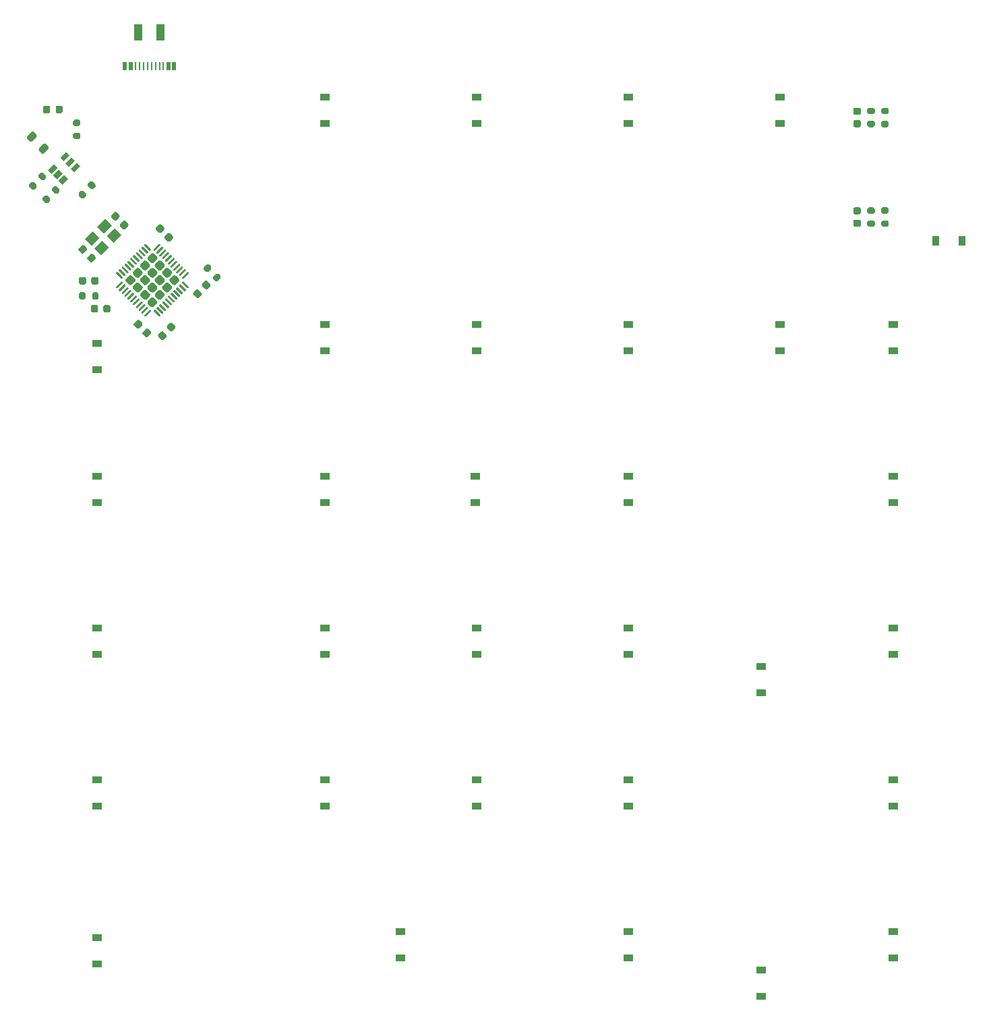
<source format=gbr>
%TF.GenerationSoftware,KiCad,Pcbnew,(5.1.8)-1*%
%TF.CreationDate,2021-01-10T14:28:28+02:00*%
%TF.ProjectId,OsseyPad,4f737365-7950-4616-942e-6b696361645f,rev?*%
%TF.SameCoordinates,Original*%
%TF.FileFunction,Paste,Bot*%
%TF.FilePolarity,Positive*%
%FSLAX46Y46*%
G04 Gerber Fmt 4.6, Leading zero omitted, Abs format (unit mm)*
G04 Created by KiCad (PCBNEW (5.1.8)-1) date 2021-01-10 14:28:28*
%MOMM*%
%LPD*%
G01*
G04 APERTURE LIST*
%ADD10R,1.000000X2.000000*%
%ADD11R,0.270000X1.000000*%
%ADD12R,0.520000X1.000000*%
%ADD13R,0.900000X1.200000*%
%ADD14C,0.100000*%
%ADD15R,1.200000X0.900000*%
G04 APERTURE END LIST*
D10*
%TO.C,J1*%
X53210000Y-23580000D03*
X50410000Y-23580000D03*
D11*
X53060000Y-27780000D03*
X52560000Y-27780000D03*
X52060000Y-27780000D03*
X51560000Y-27780000D03*
X51060000Y-27780000D03*
X50560000Y-27780000D03*
X53560000Y-27780000D03*
X50060000Y-27780000D03*
D12*
X54160000Y-27780000D03*
X49460000Y-27780000D03*
X54910000Y-27780000D03*
X48710000Y-27780000D03*
%TD*%
D13*
%TO.C,D5*%
X153825000Y-49756250D03*
X150525000Y-49756250D03*
%TD*%
%TO.C,R11*%
G36*
G01*
X44469975Y-43250184D02*
X44081066Y-42861275D01*
G75*
G02*
X44081066Y-42578433I141421J141421D01*
G01*
X44363909Y-42295590D01*
G75*
G02*
X44646751Y-42295590I141421J-141421D01*
G01*
X45035660Y-42684499D01*
G75*
G02*
X45035660Y-42967341I-141421J-141421D01*
G01*
X44752817Y-43250184D01*
G75*
G02*
X44469975Y-43250184I-141421J141421D01*
G01*
G37*
G36*
G01*
X43303249Y-44416910D02*
X42914340Y-44028001D01*
G75*
G02*
X42914340Y-43745159I141421J141421D01*
G01*
X43197183Y-43462316D01*
G75*
G02*
X43480025Y-43462316I141421J-141421D01*
G01*
X43868934Y-43851225D01*
G75*
G02*
X43868934Y-44134067I-141421J-141421D01*
G01*
X43586091Y-44416910D01*
G75*
G02*
X43303249Y-44416910I-141421J141421D01*
G01*
G37*
%TD*%
%TO.C,R10*%
G36*
G01*
X42950000Y-35331250D02*
X42400000Y-35331250D01*
G75*
G02*
X42200000Y-35131250I0J200000D01*
G01*
X42200000Y-34731250D01*
G75*
G02*
X42400000Y-34531250I200000J0D01*
G01*
X42950000Y-34531250D01*
G75*
G02*
X43150000Y-34731250I0J-200000D01*
G01*
X43150000Y-35131250D01*
G75*
G02*
X42950000Y-35331250I-200000J0D01*
G01*
G37*
G36*
G01*
X42950000Y-36981250D02*
X42400000Y-36981250D01*
G75*
G02*
X42200000Y-36781250I0J200000D01*
G01*
X42200000Y-36381250D01*
G75*
G02*
X42400000Y-36181250I200000J0D01*
G01*
X42950000Y-36181250D01*
G75*
G02*
X43150000Y-36381250I0J-200000D01*
G01*
X43150000Y-36781250D01*
G75*
G02*
X42950000Y-36981250I-200000J0D01*
G01*
G37*
%TD*%
%TO.C,FB1*%
G36*
G01*
X37600561Y-36704165D02*
X37061392Y-37243334D01*
G75*
G02*
X36752032Y-37243334I-154680J154680D01*
G01*
X36442673Y-36933975D01*
G75*
G02*
X36442673Y-36624615I154680J154680D01*
G01*
X36981842Y-36085446D01*
G75*
G02*
X37291202Y-36085446I154680J-154680D01*
G01*
X37600561Y-36394805D01*
G75*
G02*
X37600561Y-36704165I-154680J-154680D01*
G01*
G37*
G36*
G01*
X39103163Y-38206767D02*
X38563994Y-38745936D01*
G75*
G02*
X38254634Y-38745936I-154680J154680D01*
G01*
X37945275Y-38436577D01*
G75*
G02*
X37945275Y-38127217I154680J154680D01*
G01*
X38484444Y-37588048D01*
G75*
G02*
X38793804Y-37588048I154680J-154680D01*
G01*
X39103163Y-37897407D01*
G75*
G02*
X39103163Y-38206767I-154680J-154680D01*
G01*
G37*
%TD*%
%TO.C,F1*%
G36*
G01*
X39325000Y-33000000D02*
X39325000Y-33512500D01*
G75*
G02*
X39106250Y-33731250I-218750J0D01*
G01*
X38668750Y-33731250D01*
G75*
G02*
X38450000Y-33512500I0J218750D01*
G01*
X38450000Y-33000000D01*
G75*
G02*
X38668750Y-32781250I218750J0D01*
G01*
X39106250Y-32781250D01*
G75*
G02*
X39325000Y-33000000I0J-218750D01*
G01*
G37*
G36*
G01*
X40900000Y-33000000D02*
X40900000Y-33512500D01*
G75*
G02*
X40681250Y-33731250I-218750J0D01*
G01*
X40243750Y-33731250D01*
G75*
G02*
X40025000Y-33512500I0J218750D01*
G01*
X40025000Y-33000000D01*
G75*
G02*
X40243750Y-32781250I218750J0D01*
G01*
X40681250Y-32781250D01*
G75*
G02*
X40900000Y-33000000I0J-218750D01*
G01*
G37*
%TD*%
%TO.C,R8*%
G36*
G01*
X142150000Y-47181250D02*
X142700000Y-47181250D01*
G75*
G02*
X142900000Y-47381250I0J-200000D01*
G01*
X142900000Y-47781250D01*
G75*
G02*
X142700000Y-47981250I-200000J0D01*
G01*
X142150000Y-47981250D01*
G75*
G02*
X141950000Y-47781250I0J200000D01*
G01*
X141950000Y-47381250D01*
G75*
G02*
X142150000Y-47181250I200000J0D01*
G01*
G37*
G36*
G01*
X142150000Y-45531250D02*
X142700000Y-45531250D01*
G75*
G02*
X142900000Y-45731250I0J-200000D01*
G01*
X142900000Y-46131250D01*
G75*
G02*
X142700000Y-46331250I-200000J0D01*
G01*
X142150000Y-46331250D01*
G75*
G02*
X141950000Y-46131250I0J200000D01*
G01*
X141950000Y-45731250D01*
G75*
G02*
X142150000Y-45531250I200000J0D01*
G01*
G37*
%TD*%
%TO.C,R7*%
G36*
G01*
X142700000Y-33831250D02*
X142150000Y-33831250D01*
G75*
G02*
X141950000Y-33631250I0J200000D01*
G01*
X141950000Y-33231250D01*
G75*
G02*
X142150000Y-33031250I200000J0D01*
G01*
X142700000Y-33031250D01*
G75*
G02*
X142900000Y-33231250I0J-200000D01*
G01*
X142900000Y-33631250D01*
G75*
G02*
X142700000Y-33831250I-200000J0D01*
G01*
G37*
G36*
G01*
X142700000Y-35481250D02*
X142150000Y-35481250D01*
G75*
G02*
X141950000Y-35281250I0J200000D01*
G01*
X141950000Y-34881250D01*
G75*
G02*
X142150000Y-34681250I200000J0D01*
G01*
X142700000Y-34681250D01*
G75*
G02*
X142900000Y-34881250I0J-200000D01*
G01*
X142900000Y-35281250D01*
G75*
G02*
X142700000Y-35481250I-200000J0D01*
G01*
G37*
%TD*%
%TO.C,R6*%
G36*
G01*
X144450000Y-46331250D02*
X143900000Y-46331250D01*
G75*
G02*
X143700000Y-46131250I0J200000D01*
G01*
X143700000Y-45731250D01*
G75*
G02*
X143900000Y-45531250I200000J0D01*
G01*
X144450000Y-45531250D01*
G75*
G02*
X144650000Y-45731250I0J-200000D01*
G01*
X144650000Y-46131250D01*
G75*
G02*
X144450000Y-46331250I-200000J0D01*
G01*
G37*
G36*
G01*
X144450000Y-47981250D02*
X143900000Y-47981250D01*
G75*
G02*
X143700000Y-47781250I0J200000D01*
G01*
X143700000Y-47381250D01*
G75*
G02*
X143900000Y-47181250I200000J0D01*
G01*
X144450000Y-47181250D01*
G75*
G02*
X144650000Y-47381250I0J-200000D01*
G01*
X144650000Y-47781250D01*
G75*
G02*
X144450000Y-47981250I-200000J0D01*
G01*
G37*
%TD*%
%TO.C,R5*%
G36*
G01*
X143900000Y-34681250D02*
X144450000Y-34681250D01*
G75*
G02*
X144650000Y-34881250I0J-200000D01*
G01*
X144650000Y-35281250D01*
G75*
G02*
X144450000Y-35481250I-200000J0D01*
G01*
X143900000Y-35481250D01*
G75*
G02*
X143700000Y-35281250I0J200000D01*
G01*
X143700000Y-34881250D01*
G75*
G02*
X143900000Y-34681250I200000J0D01*
G01*
G37*
G36*
G01*
X143900000Y-33031250D02*
X144450000Y-33031250D01*
G75*
G02*
X144650000Y-33231250I0J-200000D01*
G01*
X144650000Y-33631250D01*
G75*
G02*
X144450000Y-33831250I-200000J0D01*
G01*
X143900000Y-33831250D01*
G75*
G02*
X143700000Y-33631250I0J200000D01*
G01*
X143700000Y-33231250D01*
G75*
G02*
X143900000Y-33031250I200000J0D01*
G01*
G37*
%TD*%
%TO.C,C10*%
G36*
G01*
X140425000Y-34581250D02*
X140925000Y-34581250D01*
G75*
G02*
X141150000Y-34806250I0J-225000D01*
G01*
X141150000Y-35256250D01*
G75*
G02*
X140925000Y-35481250I-225000J0D01*
G01*
X140425000Y-35481250D01*
G75*
G02*
X140200000Y-35256250I0J225000D01*
G01*
X140200000Y-34806250D01*
G75*
G02*
X140425000Y-34581250I225000J0D01*
G01*
G37*
G36*
G01*
X140425000Y-33031250D02*
X140925000Y-33031250D01*
G75*
G02*
X141150000Y-33256250I0J-225000D01*
G01*
X141150000Y-33706250D01*
G75*
G02*
X140925000Y-33931250I-225000J0D01*
G01*
X140425000Y-33931250D01*
G75*
G02*
X140200000Y-33706250I0J225000D01*
G01*
X140200000Y-33256250D01*
G75*
G02*
X140425000Y-33031250I225000J0D01*
G01*
G37*
%TD*%
%TO.C,C9*%
G36*
G01*
X140925000Y-46431250D02*
X140425000Y-46431250D01*
G75*
G02*
X140200000Y-46206250I0J225000D01*
G01*
X140200000Y-45756250D01*
G75*
G02*
X140425000Y-45531250I225000J0D01*
G01*
X140925000Y-45531250D01*
G75*
G02*
X141150000Y-45756250I0J-225000D01*
G01*
X141150000Y-46206250D01*
G75*
G02*
X140925000Y-46431250I-225000J0D01*
G01*
G37*
G36*
G01*
X140925000Y-47981250D02*
X140425000Y-47981250D01*
G75*
G02*
X140200000Y-47756250I0J225000D01*
G01*
X140200000Y-47306250D01*
G75*
G02*
X140425000Y-47081250I225000J0D01*
G01*
X140925000Y-47081250D01*
G75*
G02*
X141150000Y-47306250I0J-225000D01*
G01*
X141150000Y-47756250D01*
G75*
G02*
X140925000Y-47981250I-225000J0D01*
G01*
G37*
%TD*%
%TO.C,C4*%
G36*
G01*
X50978033Y-61162837D02*
X51331587Y-60809283D01*
G75*
G02*
X51649785Y-60809283I159099J-159099D01*
G01*
X51967983Y-61127481D01*
G75*
G02*
X51967983Y-61445679I-159099J-159099D01*
G01*
X51614429Y-61799233D01*
G75*
G02*
X51296231Y-61799233I-159099J159099D01*
G01*
X50978033Y-61481035D01*
G75*
G02*
X50978033Y-61162837I159099J159099D01*
G01*
G37*
G36*
G01*
X49882017Y-60066821D02*
X50235571Y-59713267D01*
G75*
G02*
X50553769Y-59713267I159099J-159099D01*
G01*
X50871967Y-60031465D01*
G75*
G02*
X50871967Y-60349663I-159099J-159099D01*
G01*
X50518413Y-60703217D01*
G75*
G02*
X50200215Y-60703217I-159099J159099D01*
G01*
X49882017Y-60385019D01*
G75*
G02*
X49882017Y-60066821I159099J159099D01*
G01*
G37*
%TD*%
D14*
%TO.C,Y1*%
G36*
X46245711Y-46958332D02*
G01*
X47094239Y-47806860D01*
X46104289Y-48796810D01*
X45255761Y-47948282D01*
X46245711Y-46958332D01*
G37*
G36*
X44690076Y-48513967D02*
G01*
X45538604Y-49362495D01*
X44548654Y-50352445D01*
X43700126Y-49503917D01*
X44690076Y-48513967D01*
G37*
G36*
X45892157Y-49716048D02*
G01*
X46740685Y-50564576D01*
X45750735Y-51554526D01*
X44902207Y-50705998D01*
X45892157Y-49716048D01*
G37*
G36*
X47447792Y-48160413D02*
G01*
X48296320Y-49008941D01*
X47306370Y-49998891D01*
X46457842Y-49150363D01*
X47447792Y-48160413D01*
G37*
%TD*%
%TO.C,U1*%
G36*
X41707967Y-40445644D02*
G01*
X41248348Y-39986025D01*
X41997881Y-39236492D01*
X42457500Y-39696111D01*
X41707967Y-40445644D01*
G37*
G36*
X42379719Y-41117395D02*
G01*
X41920100Y-40657776D01*
X42669633Y-39908243D01*
X43129252Y-40367862D01*
X42379719Y-41117395D01*
G37*
G36*
X41036216Y-39773892D02*
G01*
X40576597Y-39314273D01*
X41326130Y-38564740D01*
X41785749Y-39024359D01*
X41036216Y-39773892D01*
G37*
G36*
X39480581Y-41329527D02*
G01*
X39020962Y-40869908D01*
X39770495Y-40120375D01*
X40230114Y-40579994D01*
X39480581Y-41329527D01*
G37*
G36*
X40152333Y-42001278D02*
G01*
X39692714Y-41541659D01*
X40442247Y-40792126D01*
X40901866Y-41251745D01*
X40152333Y-42001278D01*
G37*
G36*
X40824084Y-42673030D02*
G01*
X40364465Y-42213411D01*
X41113998Y-41463878D01*
X41573617Y-41923497D01*
X40824084Y-42673030D01*
G37*
%TD*%
%TO.C,U2*%
G36*
G01*
X51998224Y-52483459D02*
X51609314Y-52094549D01*
G75*
G02*
X51609314Y-51740997I176776J176776D01*
G01*
X51998224Y-51352087D01*
G75*
G02*
X52351776Y-51352087I176776J-176776D01*
G01*
X52740686Y-51740997D01*
G75*
G02*
X52740686Y-52094549I-176776J-176776D01*
G01*
X52351776Y-52483459D01*
G75*
G02*
X51998224Y-52483459I-176776J176776D01*
G01*
G37*
G36*
G01*
X52917463Y-53402697D02*
X52528553Y-53013787D01*
G75*
G02*
X52528553Y-52660235I176776J176776D01*
G01*
X52917463Y-52271325D01*
G75*
G02*
X53271015Y-52271325I176776J-176776D01*
G01*
X53659925Y-52660235D01*
G75*
G02*
X53659925Y-53013787I-176776J-176776D01*
G01*
X53271015Y-53402697D01*
G75*
G02*
X52917463Y-53402697I-176776J176776D01*
G01*
G37*
G36*
G01*
X53836702Y-54321936D02*
X53447792Y-53933026D01*
G75*
G02*
X53447792Y-53579474I176776J176776D01*
G01*
X53836702Y-53190564D01*
G75*
G02*
X54190254Y-53190564I176776J-176776D01*
G01*
X54579164Y-53579474D01*
G75*
G02*
X54579164Y-53933026I-176776J-176776D01*
G01*
X54190254Y-54321936D01*
G75*
G02*
X53836702Y-54321936I-176776J176776D01*
G01*
G37*
G36*
G01*
X54755940Y-55241175D02*
X54367030Y-54852265D01*
G75*
G02*
X54367030Y-54498713I176776J176776D01*
G01*
X54755940Y-54109803D01*
G75*
G02*
X55109492Y-54109803I176776J-176776D01*
G01*
X55498402Y-54498713D01*
G75*
G02*
X55498402Y-54852265I-176776J-176776D01*
G01*
X55109492Y-55241175D01*
G75*
G02*
X54755940Y-55241175I-176776J176776D01*
G01*
G37*
G36*
G01*
X51078985Y-53402697D02*
X50690075Y-53013787D01*
G75*
G02*
X50690075Y-52660235I176776J176776D01*
G01*
X51078985Y-52271325D01*
G75*
G02*
X51432537Y-52271325I176776J-176776D01*
G01*
X51821447Y-52660235D01*
G75*
G02*
X51821447Y-53013787I-176776J-176776D01*
G01*
X51432537Y-53402697D01*
G75*
G02*
X51078985Y-53402697I-176776J176776D01*
G01*
G37*
G36*
G01*
X51998224Y-54321936D02*
X51609314Y-53933026D01*
G75*
G02*
X51609314Y-53579474I176776J176776D01*
G01*
X51998224Y-53190564D01*
G75*
G02*
X52351776Y-53190564I176776J-176776D01*
G01*
X52740686Y-53579474D01*
G75*
G02*
X52740686Y-53933026I-176776J-176776D01*
G01*
X52351776Y-54321936D01*
G75*
G02*
X51998224Y-54321936I-176776J176776D01*
G01*
G37*
G36*
G01*
X52917463Y-55241175D02*
X52528553Y-54852265D01*
G75*
G02*
X52528553Y-54498713I176776J176776D01*
G01*
X52917463Y-54109803D01*
G75*
G02*
X53271015Y-54109803I176776J-176776D01*
G01*
X53659925Y-54498713D01*
G75*
G02*
X53659925Y-54852265I-176776J-176776D01*
G01*
X53271015Y-55241175D01*
G75*
G02*
X52917463Y-55241175I-176776J176776D01*
G01*
G37*
G36*
G01*
X53836702Y-56160414D02*
X53447792Y-55771504D01*
G75*
G02*
X53447792Y-55417952I176776J176776D01*
G01*
X53836702Y-55029042D01*
G75*
G02*
X54190254Y-55029042I176776J-176776D01*
G01*
X54579164Y-55417952D01*
G75*
G02*
X54579164Y-55771504I-176776J-176776D01*
G01*
X54190254Y-56160414D01*
G75*
G02*
X53836702Y-56160414I-176776J176776D01*
G01*
G37*
G36*
G01*
X50159746Y-54321936D02*
X49770836Y-53933026D01*
G75*
G02*
X49770836Y-53579474I176776J176776D01*
G01*
X50159746Y-53190564D01*
G75*
G02*
X50513298Y-53190564I176776J-176776D01*
G01*
X50902208Y-53579474D01*
G75*
G02*
X50902208Y-53933026I-176776J-176776D01*
G01*
X50513298Y-54321936D01*
G75*
G02*
X50159746Y-54321936I-176776J176776D01*
G01*
G37*
G36*
G01*
X51078985Y-55241175D02*
X50690075Y-54852265D01*
G75*
G02*
X50690075Y-54498713I176776J176776D01*
G01*
X51078985Y-54109803D01*
G75*
G02*
X51432537Y-54109803I176776J-176776D01*
G01*
X51821447Y-54498713D01*
G75*
G02*
X51821447Y-54852265I-176776J-176776D01*
G01*
X51432537Y-55241175D01*
G75*
G02*
X51078985Y-55241175I-176776J176776D01*
G01*
G37*
G36*
G01*
X51998224Y-56160414D02*
X51609314Y-55771504D01*
G75*
G02*
X51609314Y-55417952I176776J176776D01*
G01*
X51998224Y-55029042D01*
G75*
G02*
X52351776Y-55029042I176776J-176776D01*
G01*
X52740686Y-55417952D01*
G75*
G02*
X52740686Y-55771504I-176776J-176776D01*
G01*
X52351776Y-56160414D01*
G75*
G02*
X51998224Y-56160414I-176776J176776D01*
G01*
G37*
G36*
G01*
X52917463Y-57079653D02*
X52528553Y-56690743D01*
G75*
G02*
X52528553Y-56337191I176776J176776D01*
G01*
X52917463Y-55948281D01*
G75*
G02*
X53271015Y-55948281I176776J-176776D01*
G01*
X53659925Y-56337191D01*
G75*
G02*
X53659925Y-56690743I-176776J-176776D01*
G01*
X53271015Y-57079653D01*
G75*
G02*
X52917463Y-57079653I-176776J176776D01*
G01*
G37*
G36*
G01*
X49240508Y-55241175D02*
X48851598Y-54852265D01*
G75*
G02*
X48851598Y-54498713I176776J176776D01*
G01*
X49240508Y-54109803D01*
G75*
G02*
X49594060Y-54109803I176776J-176776D01*
G01*
X49982970Y-54498713D01*
G75*
G02*
X49982970Y-54852265I-176776J-176776D01*
G01*
X49594060Y-55241175D01*
G75*
G02*
X49240508Y-55241175I-176776J176776D01*
G01*
G37*
G36*
G01*
X50159746Y-56160414D02*
X49770836Y-55771504D01*
G75*
G02*
X49770836Y-55417952I176776J176776D01*
G01*
X50159746Y-55029042D01*
G75*
G02*
X50513298Y-55029042I176776J-176776D01*
G01*
X50902208Y-55417952D01*
G75*
G02*
X50902208Y-55771504I-176776J-176776D01*
G01*
X50513298Y-56160414D01*
G75*
G02*
X50159746Y-56160414I-176776J176776D01*
G01*
G37*
G36*
G01*
X51078985Y-57079653D02*
X50690075Y-56690743D01*
G75*
G02*
X50690075Y-56337191I176776J176776D01*
G01*
X51078985Y-55948281D01*
G75*
G02*
X51432537Y-55948281I176776J-176776D01*
G01*
X51821447Y-56337191D01*
G75*
G02*
X51821447Y-56690743I-176776J-176776D01*
G01*
X51432537Y-57079653D01*
G75*
G02*
X51078985Y-57079653I-176776J176776D01*
G01*
G37*
G36*
G01*
X51998224Y-57998891D02*
X51609314Y-57609981D01*
G75*
G02*
X51609314Y-57256429I176776J176776D01*
G01*
X51998224Y-56867519D01*
G75*
G02*
X52351776Y-56867519I176776J-176776D01*
G01*
X52740686Y-57256429D01*
G75*
G02*
X52740686Y-57609981I-176776J-176776D01*
G01*
X52351776Y-57998891D01*
G75*
G02*
X51998224Y-57998891I-176776J176776D01*
G01*
G37*
G36*
G01*
X53014690Y-59227489D02*
X52342938Y-58555737D01*
G75*
G02*
X52342938Y-58467349I44194J44194D01*
G01*
X52431326Y-58378961D01*
G75*
G02*
X52519714Y-58378961I44194J-44194D01*
G01*
X53191466Y-59050713D01*
G75*
G02*
X53191466Y-59139101I-44194J-44194D01*
G01*
X53103078Y-59227489D01*
G75*
G02*
X53014690Y-59227489I-44194J44194D01*
G01*
G37*
G36*
G01*
X53368243Y-58873935D02*
X52696491Y-58202183D01*
G75*
G02*
X52696491Y-58113795I44194J44194D01*
G01*
X52784879Y-58025407D01*
G75*
G02*
X52873267Y-58025407I44194J-44194D01*
G01*
X53545019Y-58697159D01*
G75*
G02*
X53545019Y-58785547I-44194J-44194D01*
G01*
X53456631Y-58873935D01*
G75*
G02*
X53368243Y-58873935I-44194J44194D01*
G01*
G37*
G36*
G01*
X53721797Y-58520382D02*
X53050045Y-57848630D01*
G75*
G02*
X53050045Y-57760242I44194J44194D01*
G01*
X53138433Y-57671854D01*
G75*
G02*
X53226821Y-57671854I44194J-44194D01*
G01*
X53898573Y-58343606D01*
G75*
G02*
X53898573Y-58431994I-44194J-44194D01*
G01*
X53810185Y-58520382D01*
G75*
G02*
X53721797Y-58520382I-44194J44194D01*
G01*
G37*
G36*
G01*
X54075350Y-58166829D02*
X53403598Y-57495077D01*
G75*
G02*
X53403598Y-57406689I44194J44194D01*
G01*
X53491986Y-57318301D01*
G75*
G02*
X53580374Y-57318301I44194J-44194D01*
G01*
X54252126Y-57990053D01*
G75*
G02*
X54252126Y-58078441I-44194J-44194D01*
G01*
X54163738Y-58166829D01*
G75*
G02*
X54075350Y-58166829I-44194J44194D01*
G01*
G37*
G36*
G01*
X54428903Y-57813275D02*
X53757151Y-57141523D01*
G75*
G02*
X53757151Y-57053135I44194J44194D01*
G01*
X53845539Y-56964747D01*
G75*
G02*
X53933927Y-56964747I44194J-44194D01*
G01*
X54605679Y-57636499D01*
G75*
G02*
X54605679Y-57724887I-44194J-44194D01*
G01*
X54517291Y-57813275D01*
G75*
G02*
X54428903Y-57813275I-44194J44194D01*
G01*
G37*
G36*
G01*
X54782457Y-57459722D02*
X54110705Y-56787970D01*
G75*
G02*
X54110705Y-56699582I44194J44194D01*
G01*
X54199093Y-56611194D01*
G75*
G02*
X54287481Y-56611194I44194J-44194D01*
G01*
X54959233Y-57282946D01*
G75*
G02*
X54959233Y-57371334I-44194J-44194D01*
G01*
X54870845Y-57459722D01*
G75*
G02*
X54782457Y-57459722I-44194J44194D01*
G01*
G37*
G36*
G01*
X55136010Y-57106168D02*
X54464258Y-56434416D01*
G75*
G02*
X54464258Y-56346028I44194J44194D01*
G01*
X54552646Y-56257640D01*
G75*
G02*
X54641034Y-56257640I44194J-44194D01*
G01*
X55312786Y-56929392D01*
G75*
G02*
X55312786Y-57017780I-44194J-44194D01*
G01*
X55224398Y-57106168D01*
G75*
G02*
X55136010Y-57106168I-44194J44194D01*
G01*
G37*
G36*
G01*
X55489564Y-56752615D02*
X54817812Y-56080863D01*
G75*
G02*
X54817812Y-55992475I44194J44194D01*
G01*
X54906200Y-55904087D01*
G75*
G02*
X54994588Y-55904087I44194J-44194D01*
G01*
X55666340Y-56575839D01*
G75*
G02*
X55666340Y-56664227I-44194J-44194D01*
G01*
X55577952Y-56752615D01*
G75*
G02*
X55489564Y-56752615I-44194J44194D01*
G01*
G37*
G36*
G01*
X55843117Y-56399062D02*
X55171365Y-55727310D01*
G75*
G02*
X55171365Y-55638922I44194J44194D01*
G01*
X55259753Y-55550534D01*
G75*
G02*
X55348141Y-55550534I44194J-44194D01*
G01*
X56019893Y-56222286D01*
G75*
G02*
X56019893Y-56310674I-44194J-44194D01*
G01*
X55931505Y-56399062D01*
G75*
G02*
X55843117Y-56399062I-44194J44194D01*
G01*
G37*
G36*
G01*
X56196670Y-56045508D02*
X55524918Y-55373756D01*
G75*
G02*
X55524918Y-55285368I44194J44194D01*
G01*
X55613306Y-55196980D01*
G75*
G02*
X55701694Y-55196980I44194J-44194D01*
G01*
X56373446Y-55868732D01*
G75*
G02*
X56373446Y-55957120I-44194J-44194D01*
G01*
X56285058Y-56045508D01*
G75*
G02*
X56196670Y-56045508I-44194J44194D01*
G01*
G37*
G36*
G01*
X56550224Y-55691955D02*
X55878472Y-55020203D01*
G75*
G02*
X55878472Y-54931815I44194J44194D01*
G01*
X55966860Y-54843427D01*
G75*
G02*
X56055248Y-54843427I44194J-44194D01*
G01*
X56727000Y-55515179D01*
G75*
G02*
X56727000Y-55603567I-44194J-44194D01*
G01*
X56638612Y-55691955D01*
G75*
G02*
X56550224Y-55691955I-44194J44194D01*
G01*
G37*
G36*
G01*
X55966860Y-54507551D02*
X55878472Y-54419163D01*
G75*
G02*
X55878472Y-54330775I44194J44194D01*
G01*
X56550224Y-53659023D01*
G75*
G02*
X56638612Y-53659023I44194J-44194D01*
G01*
X56727000Y-53747411D01*
G75*
G02*
X56727000Y-53835799I-44194J-44194D01*
G01*
X56055248Y-54507551D01*
G75*
G02*
X55966860Y-54507551I-44194J44194D01*
G01*
G37*
G36*
G01*
X55613306Y-54153998D02*
X55524918Y-54065610D01*
G75*
G02*
X55524918Y-53977222I44194J44194D01*
G01*
X56196670Y-53305470D01*
G75*
G02*
X56285058Y-53305470I44194J-44194D01*
G01*
X56373446Y-53393858D01*
G75*
G02*
X56373446Y-53482246I-44194J-44194D01*
G01*
X55701694Y-54153998D01*
G75*
G02*
X55613306Y-54153998I-44194J44194D01*
G01*
G37*
G36*
G01*
X55259753Y-53800444D02*
X55171365Y-53712056D01*
G75*
G02*
X55171365Y-53623668I44194J44194D01*
G01*
X55843117Y-52951916D01*
G75*
G02*
X55931505Y-52951916I44194J-44194D01*
G01*
X56019893Y-53040304D01*
G75*
G02*
X56019893Y-53128692I-44194J-44194D01*
G01*
X55348141Y-53800444D01*
G75*
G02*
X55259753Y-53800444I-44194J44194D01*
G01*
G37*
G36*
G01*
X54906200Y-53446891D02*
X54817812Y-53358503D01*
G75*
G02*
X54817812Y-53270115I44194J44194D01*
G01*
X55489564Y-52598363D01*
G75*
G02*
X55577952Y-52598363I44194J-44194D01*
G01*
X55666340Y-52686751D01*
G75*
G02*
X55666340Y-52775139I-44194J-44194D01*
G01*
X54994588Y-53446891D01*
G75*
G02*
X54906200Y-53446891I-44194J44194D01*
G01*
G37*
G36*
G01*
X54552646Y-53093338D02*
X54464258Y-53004950D01*
G75*
G02*
X54464258Y-52916562I44194J44194D01*
G01*
X55136010Y-52244810D01*
G75*
G02*
X55224398Y-52244810I44194J-44194D01*
G01*
X55312786Y-52333198D01*
G75*
G02*
X55312786Y-52421586I-44194J-44194D01*
G01*
X54641034Y-53093338D01*
G75*
G02*
X54552646Y-53093338I-44194J44194D01*
G01*
G37*
G36*
G01*
X54199093Y-52739784D02*
X54110705Y-52651396D01*
G75*
G02*
X54110705Y-52563008I44194J44194D01*
G01*
X54782457Y-51891256D01*
G75*
G02*
X54870845Y-51891256I44194J-44194D01*
G01*
X54959233Y-51979644D01*
G75*
G02*
X54959233Y-52068032I-44194J-44194D01*
G01*
X54287481Y-52739784D01*
G75*
G02*
X54199093Y-52739784I-44194J44194D01*
G01*
G37*
G36*
G01*
X53845539Y-52386231D02*
X53757151Y-52297843D01*
G75*
G02*
X53757151Y-52209455I44194J44194D01*
G01*
X54428903Y-51537703D01*
G75*
G02*
X54517291Y-51537703I44194J-44194D01*
G01*
X54605679Y-51626091D01*
G75*
G02*
X54605679Y-51714479I-44194J-44194D01*
G01*
X53933927Y-52386231D01*
G75*
G02*
X53845539Y-52386231I-44194J44194D01*
G01*
G37*
G36*
G01*
X53491986Y-52032677D02*
X53403598Y-51944289D01*
G75*
G02*
X53403598Y-51855901I44194J44194D01*
G01*
X54075350Y-51184149D01*
G75*
G02*
X54163738Y-51184149I44194J-44194D01*
G01*
X54252126Y-51272537D01*
G75*
G02*
X54252126Y-51360925I-44194J-44194D01*
G01*
X53580374Y-52032677D01*
G75*
G02*
X53491986Y-52032677I-44194J44194D01*
G01*
G37*
G36*
G01*
X53138433Y-51679124D02*
X53050045Y-51590736D01*
G75*
G02*
X53050045Y-51502348I44194J44194D01*
G01*
X53721797Y-50830596D01*
G75*
G02*
X53810185Y-50830596I44194J-44194D01*
G01*
X53898573Y-50918984D01*
G75*
G02*
X53898573Y-51007372I-44194J-44194D01*
G01*
X53226821Y-51679124D01*
G75*
G02*
X53138433Y-51679124I-44194J44194D01*
G01*
G37*
G36*
G01*
X52784879Y-51325571D02*
X52696491Y-51237183D01*
G75*
G02*
X52696491Y-51148795I44194J44194D01*
G01*
X53368243Y-50477043D01*
G75*
G02*
X53456631Y-50477043I44194J-44194D01*
G01*
X53545019Y-50565431D01*
G75*
G02*
X53545019Y-50653819I-44194J-44194D01*
G01*
X52873267Y-51325571D01*
G75*
G02*
X52784879Y-51325571I-44194J44194D01*
G01*
G37*
G36*
G01*
X52431326Y-50972017D02*
X52342938Y-50883629D01*
G75*
G02*
X52342938Y-50795241I44194J44194D01*
G01*
X53014690Y-50123489D01*
G75*
G02*
X53103078Y-50123489I44194J-44194D01*
G01*
X53191466Y-50211877D01*
G75*
G02*
X53191466Y-50300265I-44194J-44194D01*
G01*
X52519714Y-50972017D01*
G75*
G02*
X52431326Y-50972017I-44194J44194D01*
G01*
G37*
G36*
G01*
X51830286Y-50972017D02*
X51158534Y-50300265D01*
G75*
G02*
X51158534Y-50211877I44194J44194D01*
G01*
X51246922Y-50123489D01*
G75*
G02*
X51335310Y-50123489I44194J-44194D01*
G01*
X52007062Y-50795241D01*
G75*
G02*
X52007062Y-50883629I-44194J-44194D01*
G01*
X51918674Y-50972017D01*
G75*
G02*
X51830286Y-50972017I-44194J44194D01*
G01*
G37*
G36*
G01*
X51476733Y-51325571D02*
X50804981Y-50653819D01*
G75*
G02*
X50804981Y-50565431I44194J44194D01*
G01*
X50893369Y-50477043D01*
G75*
G02*
X50981757Y-50477043I44194J-44194D01*
G01*
X51653509Y-51148795D01*
G75*
G02*
X51653509Y-51237183I-44194J-44194D01*
G01*
X51565121Y-51325571D01*
G75*
G02*
X51476733Y-51325571I-44194J44194D01*
G01*
G37*
G36*
G01*
X51123179Y-51679124D02*
X50451427Y-51007372D01*
G75*
G02*
X50451427Y-50918984I44194J44194D01*
G01*
X50539815Y-50830596D01*
G75*
G02*
X50628203Y-50830596I44194J-44194D01*
G01*
X51299955Y-51502348D01*
G75*
G02*
X51299955Y-51590736I-44194J-44194D01*
G01*
X51211567Y-51679124D01*
G75*
G02*
X51123179Y-51679124I-44194J44194D01*
G01*
G37*
G36*
G01*
X50769626Y-52032677D02*
X50097874Y-51360925D01*
G75*
G02*
X50097874Y-51272537I44194J44194D01*
G01*
X50186262Y-51184149D01*
G75*
G02*
X50274650Y-51184149I44194J-44194D01*
G01*
X50946402Y-51855901D01*
G75*
G02*
X50946402Y-51944289I-44194J-44194D01*
G01*
X50858014Y-52032677D01*
G75*
G02*
X50769626Y-52032677I-44194J44194D01*
G01*
G37*
G36*
G01*
X50416073Y-52386231D02*
X49744321Y-51714479D01*
G75*
G02*
X49744321Y-51626091I44194J44194D01*
G01*
X49832709Y-51537703D01*
G75*
G02*
X49921097Y-51537703I44194J-44194D01*
G01*
X50592849Y-52209455D01*
G75*
G02*
X50592849Y-52297843I-44194J-44194D01*
G01*
X50504461Y-52386231D01*
G75*
G02*
X50416073Y-52386231I-44194J44194D01*
G01*
G37*
G36*
G01*
X50062519Y-52739784D02*
X49390767Y-52068032D01*
G75*
G02*
X49390767Y-51979644I44194J44194D01*
G01*
X49479155Y-51891256D01*
G75*
G02*
X49567543Y-51891256I44194J-44194D01*
G01*
X50239295Y-52563008D01*
G75*
G02*
X50239295Y-52651396I-44194J-44194D01*
G01*
X50150907Y-52739784D01*
G75*
G02*
X50062519Y-52739784I-44194J44194D01*
G01*
G37*
G36*
G01*
X49708966Y-53093338D02*
X49037214Y-52421586D01*
G75*
G02*
X49037214Y-52333198I44194J44194D01*
G01*
X49125602Y-52244810D01*
G75*
G02*
X49213990Y-52244810I44194J-44194D01*
G01*
X49885742Y-52916562D01*
G75*
G02*
X49885742Y-53004950I-44194J-44194D01*
G01*
X49797354Y-53093338D01*
G75*
G02*
X49708966Y-53093338I-44194J44194D01*
G01*
G37*
G36*
G01*
X49355412Y-53446891D02*
X48683660Y-52775139D01*
G75*
G02*
X48683660Y-52686751I44194J44194D01*
G01*
X48772048Y-52598363D01*
G75*
G02*
X48860436Y-52598363I44194J-44194D01*
G01*
X49532188Y-53270115D01*
G75*
G02*
X49532188Y-53358503I-44194J-44194D01*
G01*
X49443800Y-53446891D01*
G75*
G02*
X49355412Y-53446891I-44194J44194D01*
G01*
G37*
G36*
G01*
X49001859Y-53800444D02*
X48330107Y-53128692D01*
G75*
G02*
X48330107Y-53040304I44194J44194D01*
G01*
X48418495Y-52951916D01*
G75*
G02*
X48506883Y-52951916I44194J-44194D01*
G01*
X49178635Y-53623668D01*
G75*
G02*
X49178635Y-53712056I-44194J-44194D01*
G01*
X49090247Y-53800444D01*
G75*
G02*
X49001859Y-53800444I-44194J44194D01*
G01*
G37*
G36*
G01*
X48648306Y-54153998D02*
X47976554Y-53482246D01*
G75*
G02*
X47976554Y-53393858I44194J44194D01*
G01*
X48064942Y-53305470D01*
G75*
G02*
X48153330Y-53305470I44194J-44194D01*
G01*
X48825082Y-53977222D01*
G75*
G02*
X48825082Y-54065610I-44194J-44194D01*
G01*
X48736694Y-54153998D01*
G75*
G02*
X48648306Y-54153998I-44194J44194D01*
G01*
G37*
G36*
G01*
X48294752Y-54507551D02*
X47623000Y-53835799D01*
G75*
G02*
X47623000Y-53747411I44194J44194D01*
G01*
X47711388Y-53659023D01*
G75*
G02*
X47799776Y-53659023I44194J-44194D01*
G01*
X48471528Y-54330775D01*
G75*
G02*
X48471528Y-54419163I-44194J-44194D01*
G01*
X48383140Y-54507551D01*
G75*
G02*
X48294752Y-54507551I-44194J44194D01*
G01*
G37*
G36*
G01*
X47711388Y-55691955D02*
X47623000Y-55603567D01*
G75*
G02*
X47623000Y-55515179I44194J44194D01*
G01*
X48294752Y-54843427D01*
G75*
G02*
X48383140Y-54843427I44194J-44194D01*
G01*
X48471528Y-54931815D01*
G75*
G02*
X48471528Y-55020203I-44194J-44194D01*
G01*
X47799776Y-55691955D01*
G75*
G02*
X47711388Y-55691955I-44194J44194D01*
G01*
G37*
G36*
G01*
X48064942Y-56045508D02*
X47976554Y-55957120D01*
G75*
G02*
X47976554Y-55868732I44194J44194D01*
G01*
X48648306Y-55196980D01*
G75*
G02*
X48736694Y-55196980I44194J-44194D01*
G01*
X48825082Y-55285368D01*
G75*
G02*
X48825082Y-55373756I-44194J-44194D01*
G01*
X48153330Y-56045508D01*
G75*
G02*
X48064942Y-56045508I-44194J44194D01*
G01*
G37*
G36*
G01*
X48418495Y-56399062D02*
X48330107Y-56310674D01*
G75*
G02*
X48330107Y-56222286I44194J44194D01*
G01*
X49001859Y-55550534D01*
G75*
G02*
X49090247Y-55550534I44194J-44194D01*
G01*
X49178635Y-55638922D01*
G75*
G02*
X49178635Y-55727310I-44194J-44194D01*
G01*
X48506883Y-56399062D01*
G75*
G02*
X48418495Y-56399062I-44194J44194D01*
G01*
G37*
G36*
G01*
X48772048Y-56752615D02*
X48683660Y-56664227D01*
G75*
G02*
X48683660Y-56575839I44194J44194D01*
G01*
X49355412Y-55904087D01*
G75*
G02*
X49443800Y-55904087I44194J-44194D01*
G01*
X49532188Y-55992475D01*
G75*
G02*
X49532188Y-56080863I-44194J-44194D01*
G01*
X48860436Y-56752615D01*
G75*
G02*
X48772048Y-56752615I-44194J44194D01*
G01*
G37*
G36*
G01*
X49125602Y-57106168D02*
X49037214Y-57017780D01*
G75*
G02*
X49037214Y-56929392I44194J44194D01*
G01*
X49708966Y-56257640D01*
G75*
G02*
X49797354Y-56257640I44194J-44194D01*
G01*
X49885742Y-56346028D01*
G75*
G02*
X49885742Y-56434416I-44194J-44194D01*
G01*
X49213990Y-57106168D01*
G75*
G02*
X49125602Y-57106168I-44194J44194D01*
G01*
G37*
G36*
G01*
X49479155Y-57459722D02*
X49390767Y-57371334D01*
G75*
G02*
X49390767Y-57282946I44194J44194D01*
G01*
X50062519Y-56611194D01*
G75*
G02*
X50150907Y-56611194I44194J-44194D01*
G01*
X50239295Y-56699582D01*
G75*
G02*
X50239295Y-56787970I-44194J-44194D01*
G01*
X49567543Y-57459722D01*
G75*
G02*
X49479155Y-57459722I-44194J44194D01*
G01*
G37*
G36*
G01*
X49832709Y-57813275D02*
X49744321Y-57724887D01*
G75*
G02*
X49744321Y-57636499I44194J44194D01*
G01*
X50416073Y-56964747D01*
G75*
G02*
X50504461Y-56964747I44194J-44194D01*
G01*
X50592849Y-57053135D01*
G75*
G02*
X50592849Y-57141523I-44194J-44194D01*
G01*
X49921097Y-57813275D01*
G75*
G02*
X49832709Y-57813275I-44194J44194D01*
G01*
G37*
G36*
G01*
X50186262Y-58166829D02*
X50097874Y-58078441D01*
G75*
G02*
X50097874Y-57990053I44194J44194D01*
G01*
X50769626Y-57318301D01*
G75*
G02*
X50858014Y-57318301I44194J-44194D01*
G01*
X50946402Y-57406689D01*
G75*
G02*
X50946402Y-57495077I-44194J-44194D01*
G01*
X50274650Y-58166829D01*
G75*
G02*
X50186262Y-58166829I-44194J44194D01*
G01*
G37*
G36*
G01*
X50539815Y-58520382D02*
X50451427Y-58431994D01*
G75*
G02*
X50451427Y-58343606I44194J44194D01*
G01*
X51123179Y-57671854D01*
G75*
G02*
X51211567Y-57671854I44194J-44194D01*
G01*
X51299955Y-57760242D01*
G75*
G02*
X51299955Y-57848630I-44194J-44194D01*
G01*
X50628203Y-58520382D01*
G75*
G02*
X50539815Y-58520382I-44194J44194D01*
G01*
G37*
G36*
G01*
X50893369Y-58873935D02*
X50804981Y-58785547D01*
G75*
G02*
X50804981Y-58697159I44194J44194D01*
G01*
X51476733Y-58025407D01*
G75*
G02*
X51565121Y-58025407I44194J-44194D01*
G01*
X51653509Y-58113795D01*
G75*
G02*
X51653509Y-58202183I-44194J-44194D01*
G01*
X50981757Y-58873935D01*
G75*
G02*
X50893369Y-58873935I-44194J44194D01*
G01*
G37*
G36*
G01*
X51246922Y-59227489D02*
X51158534Y-59139101D01*
G75*
G02*
X51158534Y-59050713I44194J44194D01*
G01*
X51830286Y-58378961D01*
G75*
G02*
X51918674Y-58378961I44194J-44194D01*
G01*
X52007062Y-58467349D01*
G75*
G02*
X52007062Y-58555737I-44194J-44194D01*
G01*
X51335310Y-59227489D01*
G75*
G02*
X51246922Y-59227489I-44194J44194D01*
G01*
G37*
%TD*%
%TO.C,R4*%
G36*
G01*
X59568934Y-53261275D02*
X59180025Y-53650184D01*
G75*
G02*
X58897183Y-53650184I-141421J141421D01*
G01*
X58614340Y-53367341D01*
G75*
G02*
X58614340Y-53084499I141421J141421D01*
G01*
X59003249Y-52695590D01*
G75*
G02*
X59286091Y-52695590I141421J-141421D01*
G01*
X59568934Y-52978433D01*
G75*
G02*
X59568934Y-53261275I-141421J-141421D01*
G01*
G37*
G36*
G01*
X60735660Y-54428001D02*
X60346751Y-54816910D01*
G75*
G02*
X60063909Y-54816910I-141421J141421D01*
G01*
X59781066Y-54534067D01*
G75*
G02*
X59781066Y-54251225I141421J141421D01*
G01*
X60169975Y-53862316D01*
G75*
G02*
X60452817Y-53862316I141421J-141421D01*
G01*
X60735660Y-54145159D01*
G75*
G02*
X60735660Y-54428001I-141421J-141421D01*
G01*
G37*
%TD*%
%TO.C,R1*%
G36*
G01*
X43750000Y-56381250D02*
X43750000Y-56931250D01*
G75*
G02*
X43550000Y-57131250I-200000J0D01*
G01*
X43150000Y-57131250D01*
G75*
G02*
X42950000Y-56931250I0J200000D01*
G01*
X42950000Y-56381250D01*
G75*
G02*
X43150000Y-56181250I200000J0D01*
G01*
X43550000Y-56181250D01*
G75*
G02*
X43750000Y-56381250I0J-200000D01*
G01*
G37*
G36*
G01*
X45400000Y-56381250D02*
X45400000Y-56931250D01*
G75*
G02*
X45200000Y-57131250I-200000J0D01*
G01*
X44800000Y-57131250D01*
G75*
G02*
X44600000Y-56931250I0J200000D01*
G01*
X44600000Y-56381250D01*
G75*
G02*
X44800000Y-56181250I200000J0D01*
G01*
X45200000Y-56181250D01*
G75*
G02*
X45400000Y-56381250I0J-200000D01*
G01*
G37*
%TD*%
%TO.C,R3*%
G36*
G01*
X38246680Y-42139164D02*
X37857771Y-41750255D01*
G75*
G02*
X37857771Y-41467413I141421J141421D01*
G01*
X38140614Y-41184570D01*
G75*
G02*
X38423456Y-41184570I141421J-141421D01*
G01*
X38812365Y-41573479D01*
G75*
G02*
X38812365Y-41856321I-141421J-141421D01*
G01*
X38529522Y-42139164D01*
G75*
G02*
X38246680Y-42139164I-141421J141421D01*
G01*
G37*
G36*
G01*
X37079954Y-43305890D02*
X36691045Y-42916981D01*
G75*
G02*
X36691045Y-42634139I141421J141421D01*
G01*
X36973888Y-42351296D01*
G75*
G02*
X37256730Y-42351296I141421J-141421D01*
G01*
X37645639Y-42740205D01*
G75*
G02*
X37645639Y-43023047I-141421J-141421D01*
G01*
X37362796Y-43305890D01*
G75*
G02*
X37079954Y-43305890I-141421J141421D01*
G01*
G37*
%TD*%
%TO.C,R2*%
G36*
G01*
X39943737Y-43836220D02*
X39554828Y-43447311D01*
G75*
G02*
X39554828Y-43164469I141421J141421D01*
G01*
X39837671Y-42881626D01*
G75*
G02*
X40120513Y-42881626I141421J-141421D01*
G01*
X40509422Y-43270535D01*
G75*
G02*
X40509422Y-43553377I-141421J-141421D01*
G01*
X40226579Y-43836220D01*
G75*
G02*
X39943737Y-43836220I-141421J141421D01*
G01*
G37*
G36*
G01*
X38777011Y-45002946D02*
X38388102Y-44614037D01*
G75*
G02*
X38388102Y-44331195I141421J141421D01*
G01*
X38670945Y-44048352D01*
G75*
G02*
X38953787Y-44048352I141421J-141421D01*
G01*
X39342696Y-44437261D01*
G75*
G02*
X39342696Y-44720103I-141421J-141421D01*
G01*
X39059853Y-45002946D01*
G75*
G02*
X38777011Y-45002946I-141421J141421D01*
G01*
G37*
%TD*%
%TO.C,C8*%
G36*
G01*
X45350000Y-58006250D02*
X45350000Y-58506250D01*
G75*
G02*
X45125000Y-58731250I-225000J0D01*
G01*
X44675000Y-58731250D01*
G75*
G02*
X44450000Y-58506250I0J225000D01*
G01*
X44450000Y-58006250D01*
G75*
G02*
X44675000Y-57781250I225000J0D01*
G01*
X45125000Y-57781250D01*
G75*
G02*
X45350000Y-58006250I0J-225000D01*
G01*
G37*
G36*
G01*
X46900000Y-58006250D02*
X46900000Y-58506250D01*
G75*
G02*
X46675000Y-58731250I-225000J0D01*
G01*
X46225000Y-58731250D01*
G75*
G02*
X46000000Y-58506250I0J225000D01*
G01*
X46000000Y-58006250D01*
G75*
G02*
X46225000Y-57781250I225000J0D01*
G01*
X46675000Y-57781250D01*
G75*
G02*
X46900000Y-58006250I0J-225000D01*
G01*
G37*
%TD*%
%TO.C,C7*%
G36*
G01*
X44028033Y-51762837D02*
X44381587Y-51409283D01*
G75*
G02*
X44699785Y-51409283I159099J-159099D01*
G01*
X45017983Y-51727481D01*
G75*
G02*
X45017983Y-52045679I-159099J-159099D01*
G01*
X44664429Y-52399233D01*
G75*
G02*
X44346231Y-52399233I-159099J159099D01*
G01*
X44028033Y-52081035D01*
G75*
G02*
X44028033Y-51762837I159099J159099D01*
G01*
G37*
G36*
G01*
X42932017Y-50666821D02*
X43285571Y-50313267D01*
G75*
G02*
X43603769Y-50313267I159099J-159099D01*
G01*
X43921967Y-50631465D01*
G75*
G02*
X43921967Y-50949663I-159099J-159099D01*
G01*
X43568413Y-51303217D01*
G75*
G02*
X43250215Y-51303217I-159099J159099D01*
G01*
X42932017Y-50985019D01*
G75*
G02*
X42932017Y-50666821I159099J159099D01*
G01*
G37*
%TD*%
%TO.C,C6*%
G36*
G01*
X48021967Y-46799663D02*
X47668413Y-47153217D01*
G75*
G02*
X47350215Y-47153217I-159099J159099D01*
G01*
X47032017Y-46835019D01*
G75*
G02*
X47032017Y-46516821I159099J159099D01*
G01*
X47385571Y-46163267D01*
G75*
G02*
X47703769Y-46163267I159099J-159099D01*
G01*
X48021967Y-46481465D01*
G75*
G02*
X48021967Y-46799663I-159099J-159099D01*
G01*
G37*
G36*
G01*
X49117983Y-47895679D02*
X48764429Y-48249233D01*
G75*
G02*
X48446231Y-48249233I-159099J159099D01*
G01*
X48128033Y-47931035D01*
G75*
G02*
X48128033Y-47612837I159099J159099D01*
G01*
X48481587Y-47259283D01*
G75*
G02*
X48799785Y-47259283I159099J-159099D01*
G01*
X49117983Y-47577481D01*
G75*
G02*
X49117983Y-47895679I-159099J-159099D01*
G01*
G37*
%TD*%
%TO.C,C5*%
G36*
G01*
X54381587Y-61053217D02*
X54028033Y-60699663D01*
G75*
G02*
X54028033Y-60381465I159099J159099D01*
G01*
X54346231Y-60063267D01*
G75*
G02*
X54664429Y-60063267I159099J-159099D01*
G01*
X55017983Y-60416821D01*
G75*
G02*
X55017983Y-60735019I-159099J-159099D01*
G01*
X54699785Y-61053217D01*
G75*
G02*
X54381587Y-61053217I-159099J159099D01*
G01*
G37*
G36*
G01*
X53285571Y-62149233D02*
X52932017Y-61795679D01*
G75*
G02*
X52932017Y-61477481I159099J159099D01*
G01*
X53250215Y-61159283D01*
G75*
G02*
X53568413Y-61159283I159099J-159099D01*
G01*
X53921967Y-61512837D01*
G75*
G02*
X53921967Y-61831035I-159099J-159099D01*
G01*
X53603769Y-62149233D01*
G75*
G02*
X53285571Y-62149233I-159099J159099D01*
G01*
G37*
%TD*%
%TO.C,C3*%
G36*
G01*
X54717983Y-49445679D02*
X54364429Y-49799233D01*
G75*
G02*
X54046231Y-49799233I-159099J159099D01*
G01*
X53728033Y-49481035D01*
G75*
G02*
X53728033Y-49162837I159099J159099D01*
G01*
X54081587Y-48809283D01*
G75*
G02*
X54399785Y-48809283I159099J-159099D01*
G01*
X54717983Y-49127481D01*
G75*
G02*
X54717983Y-49445679I-159099J-159099D01*
G01*
G37*
G36*
G01*
X53621967Y-48349663D02*
X53268413Y-48703217D01*
G75*
G02*
X52950215Y-48703217I-159099J159099D01*
G01*
X52632017Y-48385019D01*
G75*
G02*
X52632017Y-48066821I159099J159099D01*
G01*
X52985571Y-47713267D01*
G75*
G02*
X53303769Y-47713267I159099J-159099D01*
G01*
X53621967Y-48031465D01*
G75*
G02*
X53621967Y-48349663I-159099J-159099D01*
G01*
G37*
%TD*%
%TO.C,C2*%
G36*
G01*
X43850000Y-54506250D02*
X43850000Y-55006250D01*
G75*
G02*
X43625000Y-55231250I-225000J0D01*
G01*
X43175000Y-55231250D01*
G75*
G02*
X42950000Y-55006250I0J225000D01*
G01*
X42950000Y-54506250D01*
G75*
G02*
X43175000Y-54281250I225000J0D01*
G01*
X43625000Y-54281250D01*
G75*
G02*
X43850000Y-54506250I0J-225000D01*
G01*
G37*
G36*
G01*
X45400000Y-54506250D02*
X45400000Y-55006250D01*
G75*
G02*
X45175000Y-55231250I-225000J0D01*
G01*
X44725000Y-55231250D01*
G75*
G02*
X44500000Y-55006250I0J225000D01*
G01*
X44500000Y-54506250D01*
G75*
G02*
X44725000Y-54281250I225000J0D01*
G01*
X45175000Y-54281250D01*
G75*
G02*
X45400000Y-54506250I0J-225000D01*
G01*
G37*
%TD*%
%TO.C,C1*%
G36*
G01*
X57983413Y-55883033D02*
X58336967Y-56236587D01*
G75*
G02*
X58336967Y-56554785I-159099J-159099D01*
G01*
X58018769Y-56872983D01*
G75*
G02*
X57700571Y-56872983I-159099J159099D01*
G01*
X57347017Y-56519429D01*
G75*
G02*
X57347017Y-56201231I159099J159099D01*
G01*
X57665215Y-55883033D01*
G75*
G02*
X57983413Y-55883033I159099J-159099D01*
G01*
G37*
G36*
G01*
X59079429Y-54787017D02*
X59432983Y-55140571D01*
G75*
G02*
X59432983Y-55458769I-159099J-159099D01*
G01*
X59114785Y-55776967D01*
G75*
G02*
X58796587Y-55776967I-159099J159099D01*
G01*
X58443033Y-55423413D01*
G75*
G02*
X58443033Y-55105215I159099J159099D01*
G01*
X58761231Y-54787017D01*
G75*
G02*
X59079429Y-54787017I159099J-159099D01*
G01*
G37*
%TD*%
D15*
%TO.C,D32*%
X145256250Y-139762500D03*
X145256250Y-136462500D03*
%TD*%
%TO.C,D31*%
X128587500Y-141225000D03*
X128587500Y-144525000D03*
%TD*%
%TO.C,D30*%
X111918750Y-139762500D03*
X111918750Y-136462500D03*
%TD*%
%TO.C,D29*%
X83343750Y-139762500D03*
X83343750Y-136462500D03*
%TD*%
%TO.C,D28*%
X45243750Y-140493750D03*
X45243750Y-137193750D03*
%TD*%
%TO.C,D27*%
X145256250Y-120712500D03*
X145256250Y-117412500D03*
%TD*%
%TO.C,D26*%
X111918750Y-120712500D03*
X111918750Y-117412500D03*
%TD*%
%TO.C,D25*%
X92868750Y-120712500D03*
X92868750Y-117412500D03*
%TD*%
%TO.C,D24*%
X73818750Y-120712500D03*
X73818750Y-117412500D03*
%TD*%
%TO.C,D23*%
X45243750Y-120712500D03*
X45243750Y-117412500D03*
%TD*%
%TO.C,D22*%
X145256250Y-101662500D03*
X145256250Y-98362500D03*
%TD*%
%TO.C,D21*%
X128587500Y-103125000D03*
X128587500Y-106425000D03*
%TD*%
%TO.C,D20*%
X111918750Y-101662500D03*
X111918750Y-98362500D03*
%TD*%
%TO.C,D19*%
X92868750Y-101662500D03*
X92868750Y-98362500D03*
%TD*%
%TO.C,D18*%
X73818750Y-101662500D03*
X73818750Y-98362500D03*
%TD*%
%TO.C,D17*%
X45243750Y-101662500D03*
X45243750Y-98362500D03*
%TD*%
%TO.C,D16*%
X145256250Y-82612500D03*
X145256250Y-79312500D03*
%TD*%
%TO.C,D15*%
X111918750Y-82612500D03*
X111918750Y-79312500D03*
%TD*%
%TO.C,D14*%
X92718750Y-82612500D03*
X92718750Y-79312500D03*
%TD*%
%TO.C,D13*%
X73818750Y-82612500D03*
X73818750Y-79312500D03*
%TD*%
%TO.C,D12*%
X45243750Y-82612500D03*
X45243750Y-79312500D03*
%TD*%
%TO.C,D11*%
X145256250Y-63562500D03*
X145256250Y-60262500D03*
%TD*%
%TO.C,D10*%
X130968750Y-63562500D03*
X130968750Y-60262500D03*
%TD*%
%TO.C,D9*%
X111918750Y-63562500D03*
X111918750Y-60262500D03*
%TD*%
%TO.C,D8*%
X92868750Y-63562500D03*
X92868750Y-60262500D03*
%TD*%
%TO.C,D7*%
X73818750Y-63562500D03*
X73818750Y-60262500D03*
%TD*%
%TO.C,D6*%
X45243750Y-62643750D03*
X45243750Y-65943750D03*
%TD*%
%TO.C,D4*%
X130968750Y-34987500D03*
X130968750Y-31687500D03*
%TD*%
%TO.C,D3*%
X111918750Y-34987500D03*
X111918750Y-31687500D03*
%TD*%
%TO.C,D2*%
X92868750Y-34987500D03*
X92868750Y-31687500D03*
%TD*%
%TO.C,D1*%
X73818750Y-34987500D03*
X73818750Y-31687500D03*
%TD*%
M02*

</source>
